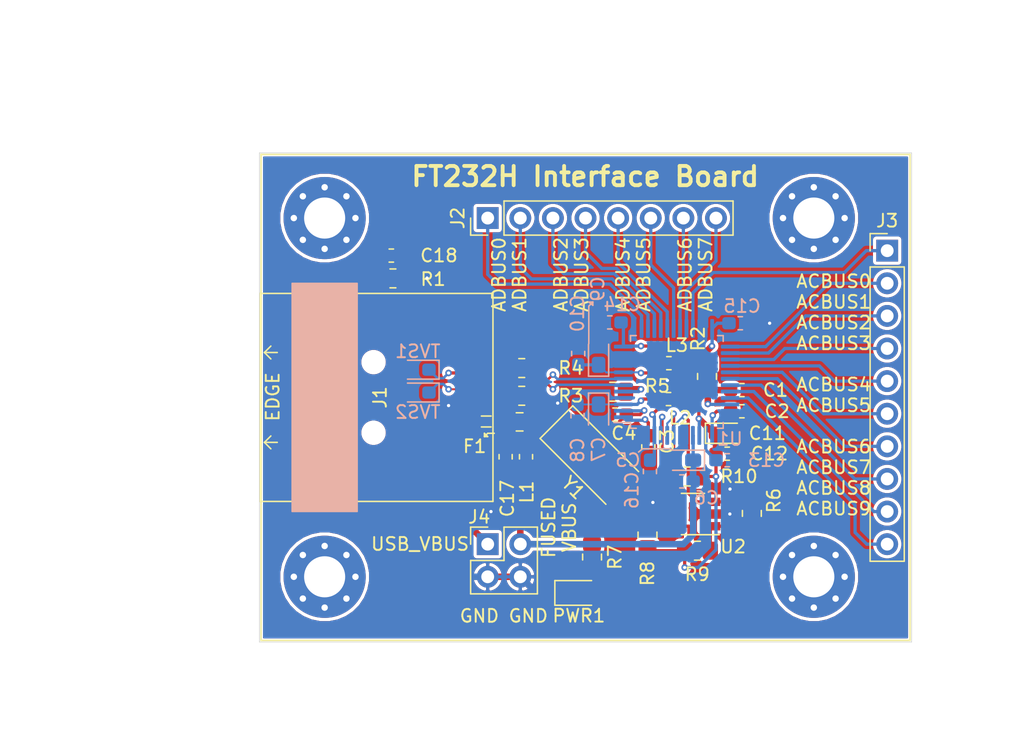
<source format=kicad_pcb>
(kicad_pcb (version 20171130) (host pcbnew "(5.1.9)-1")
  (title_block (title "FT232H Protoboard") (date 2021-01-04) (rev 0.1) (company "Evil Circuits") (comment 1 "1st attempt") (comment 2 "By: MaLo"))
  (layers (0 F.Cu signal) (31 B.Cu signal) (34 B.Paste user) (35 F.Paste user) (36 B.SilkS user) (37 F.SilkS user) (38 B.Mask user) (39 F.Mask user) (44 Edge.Cuts user))
  (net 0 "")
  (net 1 /FT232_#RST)
  (net 2 GNDD)
  (net 3 VBUS)
  (net 4 /VPHY)
  (net 5 /VPLL)
  (net 6 +3V3)
  (net 7 /VCORE)
  (net 8 /USB_D-)
  (net 9 /USB_D+)
  (net 10 /EECS)
  (net 11 /FT232H_D-)
  (net 12 /FT232H_D+)
  (net 13 /XCSI)
  (net 14 /XCSO)
  (net 15 /ADBUS0)
  (net 16 /ADBUS1)
  (net 17 /ADBUS2)
  (net 18 /ADBUS3)
  (net 19 /ADBUS4)
  (net 20 /ADBUS5)
  (net 21 /ADBUS6)
  (net 22 /ADBUS7)
  (net 23 /ACBUS0)
  (net 24 /ACBUS1)
  (net 25 /ACBUS2)
  (net 26 /ACBUS3)
  (net 27 /ACBUS4)
  (net 28 /ACBUS5)
  (net 29 /ACBUS6)
  (net 30 /ACBUS7)
  (net 31 /ACBUS8)
  (net 32 /ACBUS9)
  (net 33 /EEDATA)
  (net 34 /EECLK)
  (net 35 /FT232H_VCCA)
  (net 36 /FT232H_REF)
  (net 37 /93LCxx_DO)
  (net 38 /FUSED_VBUS)
  (net 39 /USB_VBUS)
  (net 40 /USB_SHIELD)
  (net 41 "Net-(H1-Pad1)")
  (net 42 "Net-(H2-Pad1)")
  (net 43 "Net-(H3-Pad1)")
  (net 44 "Net-(H4-Pad1)")
  (net 45 "Net-(PWR1-Pad2)")
  (module Capacitor_SMD:C_0603_1608Metric_Pad1.05x0.95mm_HandSolder (layer F.Cu) (at 86.473 84.201)
    (fp_text reference C18 (at 3.7097 0) (layer F.SilkS))
    (fp_text value 0.1uF)
    (pad 2 smd roundrect (at 0.875 0) (size 1.05 0.95) (layers F.Cu F.Paste F.Mask) (net 2 GNDD))
    (pad 1 smd roundrect (at -0.875 0) (size 1.05 0.95) (layers F.Cu F.Paste F.Mask) (net 40 /USB_SHIELD))
  )
  (module Connector_PinHeader_2.54mm:PinHeader_2x02_P2.54mm_Vertical (layer F.Cu) (at 93.98 106.68)
    (fp_text reference J4 (at -0.6604 -2.1209) (layer F.SilkS))
    (fp_text value POWER)
    (pad 4 thru_hole oval (at 2.54 2.54) (size 1.7 1.7) (drill 1) (layers *.Cu *.Mask) (net 2 GNDD))
    (pad 3 thru_hole oval (at 0 2.54) (size 1.7 1.7) (drill 1) (layers *.Cu *.Mask) (net 2 GNDD))
    (pad 2 thru_hole oval (at 2.54 0) (size 1.7 1.7) (drill 1) (layers *.Cu *.Mask) (net 3 VBUS))
    (pad 1 thru_hole rect (at 0 0) (size 1.7 1.7) (drill 1) (layers *.Cu *.Mask) (net 39 /USB_VBUS))
  )
  (module Connector_PinHeader_2.54mm:PinHeader_1x10_P2.54mm_Vertical (layer F.Cu) (at 125.095 83.82)
    (fp_text reference J3 (at 0 -2.33) (layer F.SilkS))
    (fp_text value Conn_01x10)
    (pad 10 thru_hole oval (at 0 22.86) (size 1.7 1.7) (drill 1) (layers *.Cu *.Mask) (net 32 /ACBUS9))
    (pad 9 thru_hole oval (at 0 20.32) (size 1.7 1.7) (drill 1) (layers *.Cu *.Mask) (net 31 /ACBUS8))
    (pad 8 thru_hole oval (at 0 17.78) (size 1.7 1.7) (drill 1) (layers *.Cu *.Mask) (net 30 /ACBUS7))
    (pad 7 thru_hole oval (at 0 15.24) (size 1.7 1.7) (drill 1) (layers *.Cu *.Mask) (net 29 /ACBUS6))
    (pad 6 thru_hole oval (at 0 12.7) (size 1.7 1.7) (drill 1) (layers *.Cu *.Mask) (net 28 /ACBUS5))
    (pad 5 thru_hole oval (at 0 10.16) (size 1.7 1.7) (drill 1) (layers *.Cu *.Mask) (net 27 /ACBUS4))
    (pad 4 thru_hole oval (at 0 7.62) (size 1.7 1.7) (drill 1) (layers *.Cu *.Mask) (net 26 /ACBUS3))
    (pad 3 thru_hole oval (at 0 5.08) (size 1.7 1.7) (drill 1) (layers *.Cu *.Mask) (net 25 /ACBUS2))
    (pad 2 thru_hole oval (at 0 2.54) (size 1.7 1.7) (drill 1) (layers *.Cu *.Mask) (net 24 /ACBUS1))
    (pad 1 thru_hole rect (at 0 0) (size 1.7 1.7) (drill 1) (layers *.Cu *.Mask) (net 23 /ACBUS0))
  )
  (module Connector_PinHeader_2.54mm:PinHeader_1x08_P2.54mm_Vertical (layer F.Cu) (at 93.98 81.28 90)
    (fp_text reference J2 (at 0 -2.33 90) (layer F.SilkS))
    (fp_text value Conn_01x08)
    (pad 8 thru_hole oval (at 0 17.78 90) (size 1.7 1.7) (drill 1) (layers *.Cu *.Mask) (net 22 /ADBUS7))
    (pad 7 thru_hole oval (at 0 15.24 90) (size 1.7 1.7) (drill 1) (layers *.Cu *.Mask) (net 21 /ADBUS6))
    (pad 6 thru_hole oval (at 0 12.7 90) (size 1.7 1.7) (drill 1) (layers *.Cu *.Mask) (net 20 /ADBUS5))
    (pad 5 thru_hole oval (at 0 10.16 90) (size 1.7 1.7) (drill 1) (layers *.Cu *.Mask) (net 19 /ADBUS4))
    (pad 4 thru_hole oval (at 0 7.62 90) (size 1.7 1.7) (drill 1) (layers *.Cu *.Mask) (net 18 /ADBUS3))
    (pad 3 thru_hole oval (at 0 5.08 90) (size 1.7 1.7) (drill 1) (layers *.Cu *.Mask) (net 17 /ADBUS2))
    (pad 2 thru_hole oval (at 0 2.54 90) (size 1.7 1.7) (drill 1) (layers *.Cu *.Mask) (net 16 /ADBUS1))
    (pad 1 thru_hole rect (at 0 0 90) (size 1.7 1.7) (drill 1) (layers *.Cu *.Mask) (net 15 /ADBUS0))
  )
  (module MountingHole:MountingHole_3.2mm_M3_Pad_Via (layer F.Cu) (at 119.38 109.22)
    (fp_text reference H4 hide)
    (fp_text value MountingHole hide)
    (pad 1 thru_hole circle (at 1.697056 -1.697056) (size 0.8 0.8) (drill 0.5) (layers *.Cu *.Mask) (net 44 "Net-(H4-Pad1)"))
    (pad 1 thru_hole circle (at 0 -2.4) (size 0.8 0.8) (drill 0.5) (layers *.Cu *.Mask) (net 44 "Net-(H4-Pad1)"))
    (pad 1 thru_hole circle (at -1.697056 -1.697056) (size 0.8 0.8) (drill 0.5) (layers *.Cu *.Mask) (net 44 "Net-(H4-Pad1)"))
    (pad 1 thru_hole circle (at -2.4 0) (size 0.8 0.8) (drill 0.5) (layers *.Cu *.Mask) (net 44 "Net-(H4-Pad1)"))
    (pad 1 thru_hole circle (at -1.697056 1.697056) (size 0.8 0.8) (drill 0.5) (layers *.Cu *.Mask) (net 44 "Net-(H4-Pad1)"))
    (pad 1 thru_hole circle (at 0 2.4) (size 0.8 0.8) (drill 0.5) (layers *.Cu *.Mask) (net 44 "Net-(H4-Pad1)"))
    (pad 1 thru_hole circle (at 1.697056 1.697056) (size 0.8 0.8) (drill 0.5) (layers *.Cu *.Mask) (net 44 "Net-(H4-Pad1)"))
    (pad 1 thru_hole circle (at 2.4 0) (size 0.8 0.8) (drill 0.5) (layers *.Cu *.Mask) (net 44 "Net-(H4-Pad1)"))
    (pad 1 thru_hole circle (at 0 0) (size 6.4 6.4) (drill 3.2) (layers *.Cu *.Mask) (net 44 "Net-(H4-Pad1)"))
  )
  (module MountingHole:MountingHole_3.2mm_M3_Pad_Via (layer F.Cu) (at 119.38 81.28)
    (fp_text reference H3 hide)
    (fp_text value MountingHole hide)
    (pad 1 thru_hole circle (at 1.697056 -1.697056) (size 0.8 0.8) (drill 0.5) (layers *.Cu *.Mask) (net 43 "Net-(H3-Pad1)"))
    (pad 1 thru_hole circle (at 0 -2.4) (size 0.8 0.8) (drill 0.5) (layers *.Cu *.Mask) (net 43 "Net-(H3-Pad1)"))
    (pad 1 thru_hole circle (at -1.697056 -1.697056) (size 0.8 0.8) (drill 0.5) (layers *.Cu *.Mask) (net 43 "Net-(H3-Pad1)"))
    (pad 1 thru_hole circle (at -2.4 0) (size 0.8 0.8) (drill 0.5) (layers *.Cu *.Mask) (net 43 "Net-(H3-Pad1)"))
    (pad 1 thru_hole circle (at -1.697056 1.697056) (size 0.8 0.8) (drill 0.5) (layers *.Cu *.Mask) (net 43 "Net-(H3-Pad1)"))
    (pad 1 thru_hole circle (at 0 2.4) (size 0.8 0.8) (drill 0.5) (layers *.Cu *.Mask) (net 43 "Net-(H3-Pad1)"))
    (pad 1 thru_hole circle (at 1.697056 1.697056) (size 0.8 0.8) (drill 0.5) (layers *.Cu *.Mask) (net 43 "Net-(H3-Pad1)"))
    (pad 1 thru_hole circle (at 2.4 0) (size 0.8 0.8) (drill 0.5) (layers *.Cu *.Mask) (net 43 "Net-(H3-Pad1)"))
    (pad 1 thru_hole circle (at 0 0) (size 6.4 6.4) (drill 3.2) (layers *.Cu *.Mask) (net 43 "Net-(H3-Pad1)"))
  )
  (module MountingHole:MountingHole_3.2mm_M3_Pad_Via (layer F.Cu) (at 81.28 109.22)
    (fp_text reference H2 hide)
    (fp_text value MountingHole hide)
    (pad 1 thru_hole circle (at 1.697056 -1.697056) (size 0.8 0.8) (drill 0.5) (layers *.Cu *.Mask) (net 42 "Net-(H2-Pad1)"))
    (pad 1 thru_hole circle (at 0 -2.4) (size 0.8 0.8) (drill 0.5) (layers *.Cu *.Mask) (net 42 "Net-(H2-Pad1)"))
    (pad 1 thru_hole circle (at -1.697056 -1.697056) (size 0.8 0.8) (drill 0.5) (layers *.Cu *.Mask) (net 42 "Net-(H2-Pad1)"))
    (pad 1 thru_hole circle (at -2.4 0) (size 0.8 0.8) (drill 0.5) (layers *.Cu *.Mask) (net 42 "Net-(H2-Pad1)"))
    (pad 1 thru_hole circle (at -1.697056 1.697056) (size 0.8 0.8) (drill 0.5) (layers *.Cu *.Mask) (net 42 "Net-(H2-Pad1)"))
    (pad 1 thru_hole circle (at 0 2.4) (size 0.8 0.8) (drill 0.5) (layers *.Cu *.Mask) (net 42 "Net-(H2-Pad1)"))
    (pad 1 thru_hole circle (at 1.697056 1.697056) (size 0.8 0.8) (drill 0.5) (layers *.Cu *.Mask) (net 42 "Net-(H2-Pad1)"))
    (pad 1 thru_hole circle (at 2.4 0) (size 0.8 0.8) (drill 0.5) (layers *.Cu *.Mask) (net 42 "Net-(H2-Pad1)"))
    (pad 1 thru_hole circle (at 0 0) (size 6.4 6.4) (drill 3.2) (layers *.Cu *.Mask) (net 42 "Net-(H2-Pad1)"))
  )
  (module MountingHole:MountingHole_3.2mm_M3_Pad_Via (layer F.Cu) (at 81.28 81.28)
    (fp_text reference H1 hide)
    (fp_text value MountingHole hide)
    (pad 1 thru_hole circle (at 1.697056 -1.697056) (size 0.8 0.8) (drill 0.5) (layers *.Cu *.Mask) (net 41 "Net-(H1-Pad1)"))
    (pad 1 thru_hole circle (at 0 -2.4) (size 0.8 0.8) (drill 0.5) (layers *.Cu *.Mask) (net 41 "Net-(H1-Pad1)"))
    (pad 1 thru_hole circle (at -1.697056 -1.697056) (size 0.8 0.8) (drill 0.5) (layers *.Cu *.Mask) (net 41 "Net-(H1-Pad1)"))
    (pad 1 thru_hole circle (at -2.4 0) (size 0.8 0.8) (drill 0.5) (layers *.Cu *.Mask) (net 41 "Net-(H1-Pad1)"))
    (pad 1 thru_hole circle (at -1.697056 1.697056) (size 0.8 0.8) (drill 0.5) (layers *.Cu *.Mask) (net 41 "Net-(H1-Pad1)"))
    (pad 1 thru_hole circle (at 0 2.4) (size 0.8 0.8) (drill 0.5) (layers *.Cu *.Mask) (net 41 "Net-(H1-Pad1)"))
    (pad 1 thru_hole circle (at 1.697056 1.697056) (size 0.8 0.8) (drill 0.5) (layers *.Cu *.Mask) (net 41 "Net-(H1-Pad1)"))
    (pad 1 thru_hole circle (at 2.4 0) (size 0.8 0.8) (drill 0.5) (layers *.Cu *.Mask) (net 41 "Net-(H1-Pad1)"))
    (pad 1 thru_hole circle (at 0 0) (size 6.4 6.4) (drill 3.2) (layers *.Cu *.Mask) (net 41 "Net-(H1-Pad1)"))
  )
  (module MOUSER_Footprints:USB_B_KYCON_KUSBX-SMT-BS1N (layer F.Cu) (at 85.09 95.25 90)
    (fp_text reference J1 (at 0 0.5 90) (layer F.SilkS))
    (fp_text value USB_B)
    (fp_text user EDGE (at 0.05 -7.85 90) (layer F.SilkS))
    (pad "" np_thru_hole circle (at 2.75 0 90) (size 1.4 1.4) (drill 1.4) (layers *.Cu *.Mask))
    (pad "" np_thru_hole circle (at -2.75 0 90) (size 1.4 1.4) (drill 1.4) (layers *.Cu *.Mask))
    (pad 5 smd rect (at 6.75 0.5 90) (size 2.5 5) (layers F.Cu F.Paste F.Mask) (net 40 /USB_SHIELD))
    (pad 5 smd rect (at -6.75 0.5 90) (size 2.5 5) (layers F.Cu F.Paste F.Mask) (net 40 /USB_SHIELD))
    (pad 3 smd rect (at 1.875 7.92 90) (size 0.6 2.5) (layers F.Cu F.Paste F.Mask) (net 9 /USB_D+))
    (pad 2 smd rect (at 0.625 7.92 90) (size 0.6 2.5) (layers F.Cu F.Paste F.Mask) (net 8 /USB_D-))
    (pad 4 smd rect (at -0.625 7.92 90) (size 0.6 2.5) (layers F.Cu F.Paste F.Mask) (net 2 GNDD))
    (pad 1 smd rect (at -1.875 7.92 90) (size 0.6 2.5) (layers F.Cu F.Paste F.Mask) (net 39 /USB_VBUS))
  )
  (module Capacitor_Tantalum_SMD:CP_EIA-1608-08_AVX-J_Pad1.25x1.05mm_HandSolder (layer B.Cu) (at 109.182001 100.1395 180)
    (fp_text reference C5 (at 4.280001 0) (layer B.SilkS) (effects (justify mirror)))
    (fp_text value 4.7uF)
    (pad 2 smd roundrect (at 0.8 0 180) (size 1.25 1.05) (layers B.Cu B.Paste B.Mask) (roundrect_rratio 0.2380942857142857) (net 2 GNDD))
    (pad 1 smd roundrect (at -0.8 0 180) (size 1.25 1.05) (layers B.Cu B.Paste B.Mask) (roundrect_rratio 0.2380942857142857) (net 3 VBUS))
  )
  (module Capacitor_Tantalum_SMD:CP_EIA-1608-08_AVX-J_Pad1.25x1.05mm_HandSolder (layer B.Cu) (at 102.616 91.91 90)
    (fp_text reference C9 (at 5.1055 -0.0635 90) (layer B.SilkS) (effects (justify mirror)))
    (fp_text value 4.7uF)
    (pad 2 smd roundrect (at 0.8 0 90) (size 1.25 1.05) (layers B.Cu B.Paste B.Mask) (roundrect_rratio 0.2380942857142857) (net 2 GNDD))
    (pad 1 smd roundrect (at -0.8 0 90) (size 1.25 1.05) (layers B.Cu B.Paste B.Mask) (roundrect_rratio 0.2380942857142857) (net 5 /VPLL))
  )
  (module Capacitor_Tantalum_SMD:CP_EIA-1608-10_AVX-L_Pad1.25x1.05mm_HandSolder (layer F.Cu) (at 112.6235 98.044)
    (fp_text reference C11 (at 3.137 0) (layer F.SilkS))
    (fp_text value 4.7uF)
    (pad 2 smd roundrect (at 0.8 0) (size 1.25 1.05) (layers F.Cu F.Paste F.Mask) (roundrect_rratio 0.2380942857142857) (net 2 GNDD))
    (pad 1 smd roundrect (at -0.8 0) (size 1.25 1.05) (layers F.Cu F.Paste F.Mask) (roundrect_rratio 0.2380942857142857) (net 6 +3V3))
  )
  (module Capacitor_Tantalum_SMD:CP_EIA-1608-10_AVX-L_Pad1.25x1.05mm_HandSolder (layer B.Cu) (at 102.616 96.5963 270)
    (fp_text reference C7 (at 2.704999 0 270) (layer B.SilkS) (effects (justify mirror)))
    (fp_text value 4.7uF)
    (pad 2 smd roundrect (at 0.8 0 270) (size 1.25 1.05) (layers B.Cu B.Paste B.Mask) (roundrect_rratio 0.2380942857142857) (net 2 GNDD))
    (pad 1 smd roundrect (at -0.8 0 270) (size 1.25 1.05) (layers B.Cu B.Paste B.Mask) (roundrect_rratio 0.2380942857142857) (net 4 /VPHY))
  )
  (module Fuse:Fuse_0805_2012Metric_Pad1.15x1.40mm_HandSolder (layer F.Cu) (at 96.4655 97.155 180)
    (fp_text reference F1 (at 3.5015 -1.905 180) (layer F.SilkS))
    (fp_text value 0ZCK0010FF2G hide)
    (pad 2 smd roundrect (at 1.025 0 180) (size 1.15 1.4) (layers F.Cu F.Paste F.Mask) (roundrect_rratio 0.2173904347826087) (net 39 /USB_VBUS))
    (pad 1 smd roundrect (at -1.025 0 180) (size 1.15 1.4) (layers F.Cu F.Paste F.Mask) (roundrect_rratio 0.2173904347826087) (net 38 /FUSED_VBUS))
  )
  (module Crystal:Crystal_SMD_5032-2Pin_5.0x3.2mm_HandSoldering (layer F.Cu) (at 102.549478 100.390478 315)
    (fp_text reference Y1 (at 0.004274 2.694077 135) (layer F.SilkS))
    (fp_text value 12MHz@12ppm)
    (pad 2 smd rect (at 2.6 0 315) (size 3.5 2.4) (layers F.Cu F.Paste F.Mask) (net 13 /XCSI))
    (pad 1 smd rect (at -2.6 0 315) (size 3.5 2.4) (layers F.Cu F.Paste F.Mask) (net 14 /XCSO))
  )
  (module Capacitor_SMD:C_0603_1608Metric_Pad1.05x0.95mm_HandSolder (layer F.Cu) (at 95.377 99.8715 270)
    (fp_text reference C17 (at 3.2525 -0.127 90) (layer F.SilkS))
    (fp_text value C)
    (pad 2 smd roundrect (at 0.875 0 270) (size 1.05 0.95) (layers F.Cu F.Paste F.Mask) (net 2 GNDD))
    (pad 1 smd roundrect (at -0.875 0 270) (size 1.05 0.95) (layers F.Cu F.Paste F.Mask) (net 38 /FUSED_VBUS))
  )
  (module Capacitor_SMD:C_0603_1608Metric_Pad1.05x0.95mm_HandSolder (layer B.Cu) (at 106.6165 101.014499 270)
    (fp_text reference C16 (at 1.474501 1.4097 90) (layer B.SilkS) (effects (justify mirror)))
    (fp_text value 0.1uF)
    (pad 2 smd roundrect (at 0.875 0 270) (size 1.05 0.95) (layers B.Cu B.Paste B.Mask) (net 2 GNDD))
    (pad 1 smd roundrect (at -0.875 0 270) (size 1.05 0.95) (layers B.Cu B.Paste B.Mask) (net 6 +3V3))
  )
  (module Capacitor_SMD:C_0603_1608Metric_Pad1.05x0.95mm_HandSolder (layer B.Cu) (at 113.650999 89.4715)
    (fp_text reference C15 (at 0.141001 -1.3335 180) (layer B.SilkS) (effects (justify mirror)))
    (fp_text value 0.1uF)
    (pad 2 smd roundrect (at 0.875 0) (size 1.05 0.95) (layers B.Cu B.Paste B.Mask) (net 2 GNDD))
    (pad 1 smd roundrect (at -0.875 0) (size 1.05 0.95) (layers B.Cu B.Paste B.Mask) (net 6 +3V3))
  )
  (module Capacitor_SMD:C_0603_1608Metric_Pad1.05x0.95mm_HandSolder (layer B.Cu) (at 103.491 89.408 180)
    (fp_text reference C14 (at -0.9665 1.397) (layer B.SilkS) (effects (justify mirror)))
    (fp_text value 0.1uF)
    (pad 2 smd roundrect (at 0.875 0 180) (size 1.05 0.95) (layers B.Cu B.Paste B.Mask) (net 2 GNDD))
    (pad 1 smd roundrect (at -0.875 0 180) (size 1.05 0.95) (layers B.Cu B.Paste B.Mask) (net 6 +3V3))
  )
  (module Capacitor_SMD:C_0603_1608Metric_Pad1.05x0.95mm_HandSolder (layer B.Cu) (at 112.635 100.1395)
    (fp_text reference C13 (at 3.062 0) (layer B.SilkS) (effects (justify mirror)))
    (fp_text value 0.1uF)
    (pad 2 smd roundrect (at 0.875 0) (size 1.05 0.95) (layers B.Cu B.Paste B.Mask) (net 2 GNDD))
    (pad 1 smd roundrect (at -0.875 0) (size 1.05 0.95) (layers B.Cu B.Paste B.Mask) (net 7 /VCORE))
  )
  (module Capacitor_SMD:C_0603_1608Metric_Pad1.05x0.95mm_HandSolder (layer F.Cu) (at 112.635 99.6315)
    (fp_text reference C12 (at 3.288 0) (layer F.SilkS))
    (fp_text value 0.1uF)
    (pad 2 smd roundrect (at 0.875 0) (size 1.05 0.95) (layers F.Cu F.Paste F.Mask) (net 2 GNDD))
    (pad 1 smd roundrect (at -0.875 0) (size 1.05 0.95) (layers F.Cu F.Paste F.Mask) (net 6 +3V3))
  )
  (module Capacitor_SMD:C_0603_1608Metric_Pad1.05x0.95mm_HandSolder (layer B.Cu) (at 101.0285 91.835 90)
    (fp_text reference C10 (at 3.1255 -0.0635 90) (layer B.SilkS) (effects (justify mirror)))
    (fp_text value 0.1uF)
    (pad 2 smd roundrect (at 0.875 0 90) (size 1.05 0.95) (layers B.Cu B.Paste B.Mask) (net 2 GNDD))
    (pad 1 smd roundrect (at -0.875 0 90) (size 1.05 0.95) (layers B.Cu B.Paste B.Mask) (net 5 /VPLL))
  )
  (module Capacitor_SMD:C_0603_1608Metric_Pad1.05x0.95mm_HandSolder (layer B.Cu) (at 100.9777 96.6711 270)
    (fp_text reference C8 (at 2.681001 0 270) (layer B.SilkS) (effects (justify mirror)))
    (fp_text value 0.1uF)
    (pad 2 smd roundrect (at 0.875 0 270) (size 1.05 0.95) (layers B.Cu B.Paste B.Mask) (net 2 GNDD))
    (pad 1 smd roundrect (at -0.875 0 270) (size 1.05 0.95) (layers B.Cu B.Paste B.Mask) (net 4 /VPHY))
  )
  (module Capacitor_SMD:C_0603_1608Metric_Pad1.05x0.95mm_HandSolder (layer B.Cu) (at 109.107 101.7905 180)
    (fp_text reference C6 (at -1.9037 -1.2827) (layer B.SilkS) (effects (justify mirror)))
    (fp_text value 0.1uF)
    (pad 2 smd roundrect (at 0.875 0 180) (size 1.05 0.95) (layers B.Cu B.Paste B.Mask) (net 2 GNDD))
    (pad 1 smd roundrect (at -0.875 0 180) (size 1.05 0.95) (layers B.Cu B.Paste B.Mask) (net 3 VBUS))
  )
  (module Capacitor_SMD:C_0603_1608Metric_Pad1.05x0.95mm_HandSolder (layer F.Cu) (at 103.900001 96.5835 180)
    (fp_text reference C4 (at -0.684499 -1.4605) (layer F.SilkS))
    (fp_text value 27pF)
    (pad 2 smd roundrect (at 0.875 0 180) (size 1.05 0.95) (layers F.Cu F.Paste F.Mask) (net 2 GNDD))
    (pad 1 smd roundrect (at -0.875 0 180) (size 1.05 0.95) (layers F.Cu F.Paste F.Mask) (net 14 /XCSO))
  )
  (module Capacitor_SMD:C_0603_1608Metric_Pad1.05x0.95mm_HandSolder (layer F.Cu) (at 106.4895 99.109499 270)
    (fp_text reference C3 (at -0.430499 -1.4605 90) (layer F.SilkS))
    (fp_text value 27pF)
    (pad 2 smd roundrect (at 0.875 0 270) (size 1.05 0.95) (layers F.Cu F.Paste F.Mask) (net 2 GNDD))
    (pad 1 smd roundrect (at -0.875 0 270) (size 1.05 0.95) (layers F.Cu F.Paste F.Mask) (net 13 /XCSI))
  )
  (module Capacitor_SMD:C_0603_1608Metric_Pad1.05x0.95mm_HandSolder (layer F.Cu) (at 113.778 96.3295)
    (fp_text reference C2 (at 2.744501 0) (layer F.SilkS))
    (fp_text value 0.1uF)
    (pad 2 smd roundrect (at 0.875 0) (size 1.05 0.95) (layers F.Cu F.Paste F.Mask) (net 2 GNDD))
    (pad 1 smd roundrect (at -0.875 0) (size 1.05 0.95) (layers F.Cu F.Paste F.Mask) (net 35 /FT232H_VCCA))
  )
  (module Capacitor_SMD:C_0603_1608Metric_Pad1.05x0.95mm_HandSolder (layer F.Cu) (at 113.778 94.6785)
    (fp_text reference C1 (at 2.6175 0) (layer F.SilkS))
    (fp_text value 0.1uF)
    (pad 2 smd roundrect (at 0.875 0) (size 1.05 0.95) (layers F.Cu F.Paste F.Mask) (net 2 GNDD))
    (pad 1 smd roundrect (at -0.875 0) (size 1.05 0.95) (layers F.Cu F.Paste F.Mask) (net 1 /FT232_#RST))
  )
  (module Diode_SMD:D_0603_1608Metric_Pad1.05x0.95mm_HandSolder (layer B.Cu) (at 88.533 94.869 180)
    (fp_text reference TVS2 (at 0 -1.524 180) (layer B.SilkS) (effects (justify mirror)))
    (fp_text value PGB1010603 hide)
    (pad 2 smd roundrect (at 0.875 0 180) (size 1.05 0.95) (layers B.Cu B.Paste B.Mask) (net 2 GNDD))
    (pad 1 smd roundrect (at -0.875 0 180) (size 1.05 0.95) (layers B.Cu B.Paste B.Mask) (net 8 /USB_D-))
  )
  (module Diode_SMD:D_0603_1608Metric_Pad1.05x0.95mm_HandSolder (layer B.Cu) (at 88.533 93.091 180)
    (fp_text reference TVS1 (at 0 1.43 180) (layer B.SilkS) (effects (justify mirror)))
    (fp_text value PGB1010603 hide)
    (pad 2 smd roundrect (at 0.875 0 180) (size 1.05 0.95) (layers B.Cu B.Paste B.Mask) (net 2 GNDD))
    (pad 1 smd roundrect (at -0.875 0 180) (size 1.05 0.95) (layers B.Cu B.Paste B.Mask) (net 9 /USB_D+))
  )
  (module Resistor_SMD:R_0805_2012Metric_Pad1.20x1.40mm_HandSolder (layer F.Cu) (at 109.5215 101.4095)
    (fp_text reference R10 (at 4.0292 -0.0127) (layer F.SilkS))
    (fp_text value 10K hide)
    (pad 2 smd roundrect (at 1 0) (size 1.2 1.4) (layers F.Cu F.Paste F.Mask) (roundrect_rratio 0.2083325) (net 6 +3V3))
    (pad 1 smd roundrect (at -1 0) (size 1.2 1.4) (layers F.Cu F.Paste F.Mask) (roundrect_rratio 0.2083325) (net 34 /EECLK))
  )
  (module Resistor_SMD:R_0805_2012Metric_Pad1.20x1.40mm_HandSolder (layer F.Cu) (at 110.3155 107.188 180)
    (fp_text reference R9 (at 0.016 -1.8415) (layer F.SilkS))
    (fp_text value 10K hide)
    (pad 2 smd roundrect (at 1 0 180) (size 1.2 1.4) (layers F.Cu F.Paste F.Mask) (roundrect_rratio 0.2083325) (net 6 +3V3))
    (pad 1 smd roundrect (at -1 0 180) (size 1.2 1.4) (layers F.Cu F.Paste F.Mask) (roundrect_rratio 0.2083325) (net 37 /93LCxx_DO))
  )
  (module Resistor_SMD:R_0805_2012Metric_Pad1.20x1.40mm_HandSolder (layer F.Cu) (at 106.426 105.9655 270)
    (fp_text reference R8 (at 3.0005 0 90) (layer F.SilkS))
    (fp_text value 10K hide)
    (pad 2 smd roundrect (at 1 0 270) (size 1.2 1.4) (layers F.Cu F.Paste F.Mask) (roundrect_rratio 0.2083325) (net 6 +3V3))
    (pad 1 smd roundrect (at -1 0 270) (size 1.2 1.4) (layers F.Cu F.Paste F.Mask) (roundrect_rratio 0.2083325) (net 10 /EECS))
  )
  (module Resistor_SMD:R_0805_2012Metric_Pad1.20x1.40mm_HandSolder (layer F.Cu) (at 102.108 107.68 90)
    (fp_text reference R7 (at -0.016 1.778 90) (layer F.SilkS))
    (fp_text value 470R hide)
    (pad 2 smd roundrect (at 1 0 90) (size 1.2 1.4) (layers F.Cu F.Paste F.Mask) (roundrect_rratio 0.2083325) (net 3 VBUS))
    (pad 1 smd roundrect (at -1 0 90) (size 1.2 1.4) (layers F.Cu F.Paste F.Mask) (roundrect_rratio 0.2083325) (net 45 "Net-(PWR1-Pad2)"))
  )
  (module LED_SMD:LED_0805_2012Metric_Pad1.15x1.40mm_HandSolder (layer F.Cu) (at 101.070301 110.4773)
    (fp_text reference PWR1 (at 0.009 1.778) (layer F.SilkS))
    (fp_text value RED hide)
    (pad 2 smd roundrect (at 1.025 0) (size 1.15 1.4) (layers F.Cu F.Paste F.Mask) (roundrect_rratio 0.2173904347826087) (net 45 "Net-(PWR1-Pad2)"))
    (pad 1 smd roundrect (at -1.025 0) (size 1.15 1.4) (layers F.Cu F.Paste F.Mask) (roundrect_rratio 0.2173904347826087) (net 2 GNDD))
  )
  (module Inductor_SMD:L_0603_1608Metric_Pad1.05x0.95mm_HandSolder (layer F.Cu) (at 96.9645 99.871499 90)
    (fp_text reference L1 (at -2.744501 0.0635 90) (layer F.SilkS))
    (fp_text value 600R@0.5A hide)
    (pad 1 smd roundrect (at -0.875 0 90) (size 1.05 0.95) (layers F.Cu F.Paste F.Mask) (net 3 VBUS))
    (pad 2 smd roundrect (at 0.875 0 90) (size 1.05 0.95) (layers F.Cu F.Paste F.Mask) (net 38 /FUSED_VBUS))
  )
  (module Inductor_SMD:L_0603_1608Metric_Pad1.05x0.95mm_HandSolder (layer F.Cu) (at 108.062999 95.377 180)
    (fp_text reference L2 (at -0.903001 -1.4605) (layer F.SilkS))
    (fp_text value 600R@0.5A hide)
    (pad 1 smd roundrect (at -0.875 0 180) (size 1.05 0.95) (layers F.Cu F.Paste F.Mask) (net 6 +3V3))
    (pad 2 smd roundrect (at 0.875 0 180) (size 1.05 0.95) (layers F.Cu F.Paste F.Mask) (net 4 /VPHY))
  )
  (module Inductor_SMD:L_0603_1608Metric_Pad1.05x0.95mm_HandSolder (layer F.Cu) (at 108.091 92.583 180)
    (fp_text reference L3 (at -0.621 1.397) (layer F.SilkS))
    (fp_text value 600R@0.5A hide)
    (pad 2 smd roundrect (at 0.875 0 180) (size 1.05 0.95) (layers F.Cu F.Paste F.Mask) (net 5 /VPLL))
    (pad 1 smd roundrect (at -0.875 0 180) (size 1.05 0.95) (layers F.Cu F.Paste F.Mask) (net 6 +3V3))
  )
  (module Resistor_SMD:R_0805_2012Metric_Pad1.20x1.40mm_HandSolder (layer F.Cu) (at 86.598 85.979 180)
    (fp_text reference R1 (at -3.1275 -0.0635) (layer F.SilkS))
    (fp_text value 0R hide)
    (pad 1 smd roundrect (at -1 0 180) (size 1.2 1.4) (layers F.Cu F.Paste F.Mask) (roundrect_rratio 0.2083325) (net 2 GNDD))
    (pad 2 smd roundrect (at 1 0 180) (size 1.2 1.4) (layers F.Cu F.Paste F.Mask) (roundrect_rratio 0.2083325) (net 40 /USB_SHIELD))
  )
  (module Resistor_SMD:R_0805_2012Metric_Pad1.20x1.40mm_HandSolder (layer F.Cu) (at 111.0615 93.615 90)
    (fp_text reference R2 (at 2.937 -0.6985 90) (layer F.SilkS))
    (fp_text value 10k hide)
    (pad 2 smd roundrect (at 1 0 90) (size 1.2 1.4) (layers F.Cu F.Paste F.Mask) (roundrect_rratio 0.2083325) (net 6 +3V3))
    (pad 1 smd roundrect (at -1 0 90) (size 1.2 1.4) (layers F.Cu F.Paste F.Mask) (roundrect_rratio 0.2083325) (net 1 /FT232_#RST))
  )
  (module Resistor_SMD:R_0805_2012Metric_Pad1.20x1.40mm_HandSolder (layer F.Cu) (at 96.631 95.123 180)
    (fp_text reference R3 (at -3.826 0) (layer F.SilkS))
    (fp_text value 0R hide)
    (pad 1 smd roundrect (at -1 0 180) (size 1.2 1.4) (layers F.Cu F.Paste F.Mask) (roundrect_rratio 0.2083325) (net 11 /FT232H_D-))
    (pad 2 smd roundrect (at 1 0 180) (size 1.2 1.4) (layers F.Cu F.Paste F.Mask) (roundrect_rratio 0.2083325) (net 8 /USB_D-))
  )
  (module Resistor_SMD:R_0805_2012Metric_Pad1.20x1.40mm_HandSolder (layer F.Cu) (at 96.631 92.964 180)
    (fp_text reference R4 (at -3.826 0) (layer F.SilkS))
    (fp_text value 0R hide)
    (pad 2 smd roundrect (at 1 0 180) (size 1.2 1.4) (layers F.Cu F.Paste F.Mask) (roundrect_rratio 0.2083325) (net 9 /USB_D+))
    (pad 1 smd roundrect (at -1 0 180) (size 1.2 1.4) (layers F.Cu F.Paste F.Mask) (roundrect_rratio 0.2083325) (net 12 /FT232H_D+))
  )
  (module Resistor_SMD:R_0805_2012Metric_Pad1.20x1.40mm_HandSolder (layer F.Cu) (at 103.7115 94.8055)
    (fp_text reference R5 (at 3.4765 -0.4445) (layer F.SilkS))
    (fp_text value 12K@1% hide)
    (pad 1 smd roundrect (at -1 0) (size 1.2 1.4) (layers F.Cu F.Paste F.Mask) (roundrect_rratio 0.2083325) (net 2 GNDD))
    (pad 2 smd roundrect (at 1 0) (size 1.2 1.4) (layers F.Cu F.Paste F.Mask) (roundrect_rratio 0.2083325) (net 36 /FT232H_REF))
  )
  (module Resistor_SMD:R_0805_2012Metric_Pad1.20x1.40mm_HandSolder (layer F.Cu) (at 114.554 104.283 90)
    (fp_text reference R6 (at 1 1.7145 90) (layer F.SilkS))
    (fp_text value 2k hide)
    (pad 2 smd roundrect (at 1 0 90) (size 1.2 1.4) (layers F.Cu F.Paste F.Mask) (roundrect_rratio 0.2083325) (net 33 /EEDATA))
    (pad 1 smd roundrect (at -1 0 90) (size 1.2 1.4) (layers F.Cu F.Paste F.Mask) (roundrect_rratio 0.2083325) (net 37 /93LCxx_DO))
  )
  (module Package_QFP:LQFP-48_7x7mm_P0.5mm (layer B.Cu) (at 108.712 94.0435)
    (fp_text reference U1 (at 4.1275 4.445) (layer B.SilkS) (effects (justify mirror)))
    (fp_text value FT232H)
    (pad 1 smd roundrect (at -4.1625 2.75) (size 1.475 0.3) (layers B.Cu B.Paste B.Mask) (net 13 /XCSI))
    (pad 2 smd roundrect (at -4.1625 2.25) (size 1.475 0.3) (layers B.Cu B.Paste B.Mask) (net 14 /XCSO))
    (pad 3 smd roundrect (at -4.1625 1.75) (size 1.475 0.3) (layers B.Cu B.Paste B.Mask) (net 4 /VPHY))
    (pad 4 smd roundrect (at -4.1625 1.25) (size 1.475 0.3) (layers B.Cu B.Paste B.Mask) (net 2 GNDD))
    (pad 5 smd roundrect (at -4.1625 0.75) (size 1.475 0.3) (layers B.Cu B.Paste B.Mask) (net 36 /FT232H_REF))
    (pad 6 smd roundrect (at -4.1625 0.25) (size 1.475 0.3) (layers B.Cu B.Paste B.Mask) (net 11 /FT232H_D-))
    (pad 7 smd roundrect (at -4.1625 -0.25) (size 1.475 0.3) (layers B.Cu B.Paste B.Mask) (net 12 /FT232H_D+))
    (pad 8 smd roundrect (at -4.1625 -0.75) (size 1.475 0.3) (layers B.Cu B.Paste B.Mask) (net 5 /VPLL))
    (pad 9 smd roundrect (at -4.1625 -1.25) (size 1.475 0.3) (layers B.Cu B.Paste B.Mask) (net 2 GNDD))
    (pad 10 smd roundrect (at -4.1625 -1.75) (size 1.475 0.3) (layers B.Cu B.Paste B.Mask) (net 2 GNDD))
    (pad 11 smd roundrect (at -4.1625 -2.25) (size 1.475 0.3) (layers B.Cu B.Paste B.Mask) (net 2 GNDD))
    (pad 12 smd roundrect (at -4.1625 -2.75) (size 1.475 0.3) (layers B.Cu B.Paste B.Mask) (net 6 +3V3))
    (pad 13 smd roundrect (at -2.75 -4.1625) (size 0.3 1.475) (layers B.Cu B.Paste B.Mask) (net 15 /ADBUS0))
    (pad 14 smd roundrect (at -2.25 -4.1625) (size 0.3 1.475) (layers B.Cu B.Paste B.Mask) (net 16 /ADBUS1))
    (pad 15 smd roundrect (at -1.75 -4.1625) (size 0.3 1.475) (layers B.Cu B.Paste B.Mask) (net 17 /ADBUS2))
    (pad 16 smd roundrect (at -1.25 -4.1625) (size 0.3 1.475) (layers B.Cu B.Paste B.Mask) (net 18 /ADBUS3))
    (pad 17 smd roundrect (at -0.75 -4.1625) (size 0.3 1.475) (layers B.Cu B.Paste B.Mask) (net 19 /ADBUS4))
    (pad 18 smd roundrect (at -0.25 -4.1625) (size 0.3 1.475) (layers B.Cu B.Paste B.Mask) (net 20 /ADBUS5))
    (pad 19 smd roundrect (at 0.25 -4.1625) (size 0.3 1.475) (layers B.Cu B.Paste B.Mask) (net 21 /ADBUS6))
    (pad 20 smd roundrect (at 0.75 -4.1625) (size 0.3 1.475) (layers B.Cu B.Paste B.Mask) (net 22 /ADBUS7))
    (pad 21 smd roundrect (at 1.25 -4.1625) (size 0.3 1.475) (layers B.Cu B.Paste B.Mask) (net 23 /ACBUS0))
    (pad 22 smd roundrect (at 1.75 -4.1625) (size 0.3 1.475) (layers B.Cu B.Paste B.Mask) (net 2 GNDD))
    (pad 23 smd roundrect (at 2.25 -4.1625) (size 0.3 1.475) (layers B.Cu B.Paste B.Mask) (net 2 GNDD))
    (pad 24 smd roundrect (at 2.75 -4.1625) (size 0.3 1.475) (layers B.Cu B.Paste B.Mask) (net 6 +3V3))
    (pad 25 smd roundrect (at 4.1625 -2.75) (size 1.475 0.3) (layers B.Cu B.Paste B.Mask) (net 24 /ACBUS1))
    (pad 26 smd roundrect (at 4.1625 -2.25) (size 1.475 0.3) (layers B.Cu B.Paste B.Mask) (net 25 /ACBUS2))
    (pad 27 smd roundrect (at 4.1625 -1.75) (size 1.475 0.3) (layers B.Cu B.Paste B.Mask) (net 26 /ACBUS3))
    (pad 28 smd roundrect (at 4.1625 -1.25) (size 1.475 0.3) (layers B.Cu B.Paste B.Mask) (net 27 /ACBUS4))
    (pad 29 smd roundrect (at 4.1625 -0.75) (size 1.475 0.3) (layers B.Cu B.Paste B.Mask) (net 28 /ACBUS5))
    (pad 30 smd roundrect (at 4.1625 -0.25) (size 1.475 0.3) (layers B.Cu B.Paste B.Mask) (net 29 /ACBUS6))
    (pad 31 smd roundrect (at 4.1625 0.25) (size 1.475 0.3) (layers B.Cu B.Paste B.Mask) (net 30 /ACBUS7))
    (pad 32 smd roundrect (at 4.1625 0.75) (size 1.475 0.3) (layers B.Cu B.Paste B.Mask) (net 31 /ACBUS8))
    (pad 33 smd roundrect (at 4.1625 1.25) (size 1.475 0.3) (layers B.Cu B.Paste B.Mask) (net 32 /ACBUS9))
    (pad 34 smd roundrect (at 4.1625 1.75) (size 1.475 0.3) (layers B.Cu B.Paste B.Mask) (net 1 /FT232_#RST))
    (pad 35 smd roundrect (at 4.1625 2.25) (size 1.475 0.3) (layers B.Cu B.Paste B.Mask) (net 2 GNDD))
    (pad 36 smd roundrect (at 4.1625 2.75) (size 1.475 0.3) (layers B.Cu B.Paste B.Mask) (net 2 GNDD))
    (pad 37 smd roundrect (at 2.75 4.1625) (size 0.3 1.475) (layers B.Cu B.Paste B.Mask) (net 35 /FT232H_VCCA))
    (pad 38 smd roundrect (at 2.25 4.1625) (size 0.3 1.475) (layers B.Cu B.Paste B.Mask) (net 7 /VCORE))
    (pad 39 smd roundrect (at 1.75 4.1625) (size 0.3 1.475) (layers B.Cu B.Paste B.Mask) (net 6 +3V3))
    (pad 40 smd roundrect (at 1.25 4.1625) (size 0.3 1.475) (layers B.Cu B.Paste B.Mask) (net 3 VBUS))
    (pad 41 smd roundrect (at 0.75 4.1625) (size 0.3 1.475) (layers B.Cu B.Paste B.Mask) (net 2 GNDD))
    (pad 42 smd roundrect (at 0.25 4.1625) (size 0.3 1.475) (layers B.Cu B.Paste B.Mask) (net 2 GNDD))
    (pad 43 smd roundrect (at -0.25 4.1625) (size 0.3 1.475) (layers B.Cu B.Paste B.Mask) (net 33 /EEDATA))
    (pad 44 smd roundrect (at -0.75 4.1625) (size 0.3 1.475) (layers B.Cu B.Paste B.Mask) (net 34 /EECLK))
    (pad 45 smd roundrect (at -1.25 4.1625) (size 0.3 1.475) (layers B.Cu B.Paste B.Mask) (net 10 /EECS))
    (pad 46 smd roundrect (at -1.75 4.1625) (size 0.3 1.475) (layers B.Cu B.Paste B.Mask) (net 6 +3V3))
    (pad 47 smd roundrect (at -2.25 4.1625) (size 0.3 1.475) (layers B.Cu B.Paste B.Mask) (net 2 GNDD))
    (pad 48 smd roundrect (at -2.75 4.1625) (size 0.3 1.475) (layers B.Cu B.Paste B.Mask) (net 2 GNDD))
  )
  (module Package_TO_SOT_SMD:SOT-23-6_Handsoldering (layer F.Cu) (at 109.9655 104.333 180)
    (fp_text reference U2 (at -3.128 -2.5375) (layer F.SilkS))
    (fp_text value 93LCxxBxxOT hide)
    (pad 1 smd rect (at -1.35 -0.95 180) (size 1.56 0.65) (layers F.Cu F.Paste F.Mask) (net 37 /93LCxx_DO))
    (pad 2 smd rect (at -1.35 0 180) (size 1.56 0.65) (layers F.Cu F.Paste F.Mask) (net 2 GNDD))
    (pad 3 smd rect (at -1.35 0.95 180) (size 1.56 0.65) (layers F.Cu F.Paste F.Mask) (net 33 /EEDATA))
    (pad 4 smd rect (at 1.35 0.95 180) (size 1.56 0.65) (layers F.Cu F.Paste F.Mask) (net 34 /EECLK))
    (pad 6 smd rect (at 1.35 -0.95 180) (size 1.56 0.65) (layers F.Cu F.Paste F.Mask) (net 6 +3V3))
    (pad 5 smd rect (at 1.35 0 180) (size 1.56 0.65) (layers F.Cu F.Paste F.Mask) (net 10 /EECS))
  )
  (gr_poly (pts (xy 83.82 104.14) (xy 78.74 104.14) (xy 78.74 86.36) (xy 83.82 86.36)) (layer B.SilkS) (width 0.1))
  (gr_text "FUSED\nVBUS" (at 99.5299 105.3719 90) (layer F.SilkS) (effects (font (size 1 1))))
  (gr_text USB_VBUS (at 88.7095 106.6673) (layer F.SilkS) (effects (font (size 1 1))))
  (gr_text "GND GND" (at 95.2373 112.268) (layer F.SilkS) (effects (font (size 1 1))))
  (gr_text "FT232H Interface Board" (at 101.5746 78.0415) (layer F.SilkS) (effects (font (size 1.5 1.5) (thickness 0.3))))
  (gr_text By:MaLo (at 80.3656 94.7547 90) (layer F.Cu) (effects (font (size 1.5 1.5) (thickness 0.3))))
  (gr_text "Rev 0.1" (at 110.1598 111.6076) (layer F.Cu) (effects (font (size 1.5 1.5) (thickness 0.3))))
  (gr_text "ADBUS0\nADBUS1\n\nADBUS2\nADBUS3\n\nADBUS4\nADBUS5\n\nADBUS6\nADBUS7" (at 102.9081 85.6742 90) (layer F.SilkS) (effects (font (size 1 1))))
  (gr_text "ACBUS0\nACBUS1\nACBUS2\nACBUS3\n\nACBUS4\nACBUS5\n\nACBUS6\nACBUS7\nACBUS8\nACBUS9" (at 120.9294 95.0595) (layer F.SilkS) (effects (font (size 1 1))))
  (gr_line (start 76.327 114.173) (end 76.327 76.327) (layer F.SilkS) (width 0.12))
  (gr_line (start 126.873 114.173) (end 76.327 114.173) (layer F.SilkS) (width 0.12))
  (gr_line (start 126.873 76.327) (end 126.873 114.173) (layer F.SilkS) (width 0.12))
  (gr_line (start 76.327 76.327) (end 126.873 76.327) (layer F.SilkS) (width 0.12))
  (gr_line (start 93.98 98.298) (end 93.726 98.044) (layer F.SilkS) (width 0.12))
  (gr_line (start 93.726 98.298) (end 93.98 98.298) (layer F.SilkS) (width 0.12))
  (gr_line (start 93.726 98.298) (end 93.726 98.044) (layer F.SilkS) (width 0.12))
  (gr_line (start 93.98 98.044) (end 93.726 98.298) (layer F.SilkS) (width 0.12))
  (gr_line (start 94.488 98.044) (end 93.98 98.044) (layer F.SilkS) (width 0.12))
  (gr_line (start 102.1715 88.0745) (end 102.1715 87.8205) (layer B.SilkS) (width 0.12))
  (gr_line (start 101.854 87.8205) (end 102.1715 88.0745) (layer B.SilkS) (width 0.12))
  (gr_line (start 102.1715 87.8205) (end 101.854 87.8205) (layer B.SilkS) (width 0.12))
  (gr_line (start 101.854 88.138) (end 102.1715 87.8205) (layer B.SilkS) (width 0.12))
  (gr_line (start 101.854 91.059) (end 101.854 88.138) (layer B.SilkS) (width 0.12))
  (gr_line (start 108.1405 99.2505) (end 108.382001 99.3545) (layer B.SilkS) (width 0.12))
  (gr_line (start 106.045 99.2505) (end 108.1405 99.2505) (layer B.SilkS) (width 0.12))
  (gr_line (start 105.7275 99.5045) (end 106.045 99.2505) (layer B.SilkS) (width 0.12))
  (gr_line (start 76.2 114.3) (end 76.2 76.2) (layer Edge.Cuts) (width 0.05))
  (gr_line (start 127 114.3) (end 76.2 114.3) (layer Edge.Cuts) (width 0.05))
  (gr_line (start 127 101.6) (end 127 114.3) (layer Edge.Cuts) (width 0.05))
  (gr_line (start 127 76.2) (end 127 101.6) (layer Edge.Cuts) (width 0.05))
  (gr_line (start 76.2 76.2) (end 127 76.2) (layer Edge.Cuts) (width 0.05))
  (via (at 111.125 95.758) (size 0.508) (drill 0.254) (layers F.Cu B.Cu) (net 1))
  (segment (start 111.1605 95.7935) (end 111.125 95.758) (width 0.254) (layer B.Cu) (net 1))
  (segment (start 112.8745 95.7935) (end 111.1605 95.7935) (width 0.254) (layer B.Cu) (net 1))
  (segment (start 112.903 94.6785) (end 111.125 94.6785) (width 0.508) (layer F.Cu) (net 1))
  (segment (start 111.125 94.6785) (end 111.0615 94.615) (width 0.508) (layer F.Cu) (net 1))
  (segment (start 111.125 95.758) (end 111.125 94.6785) (width 0.508) (layer F.Cu) (net 1))
  (via (at 106.8451 103.4288) (size 0.508) (drill 0.254) (layers F.Cu B.Cu) (net 2))
  (via (at 99.4283 95.6945) (size 0.508) (drill 0.254) (layers F.Cu B.Cu) (net 2))
  (via (at 112.8395 104.3305) (size 0.508) (drill 0.254) (layers F.Cu B.Cu) (net 2))
  (via (at 94.234 104.14) (size 0.508) (drill 0.254) (layers F.Cu B.Cu) (net 2))
  (via (at 90.932 95.885) (size 0.508) (drill 0.254) (layers F.Cu B.Cu) (net 2))
  (segment (start 90.942 95.875) (end 90.932 95.885) (width 0.1524) (layer F.Cu) (net 2))
  (segment (start 93.01 95.875) (end 90.942 95.875) (width 0.1524) (layer F.Cu) (net 2))
  (segment (start 102.616 89.408) (end 102.616 91.11) (width 0.254) (layer B.Cu) (net 2))
  (segment (start 102.466 90.96) (end 102.616 91.11) (width 0.254) (layer B.Cu) (net 2))
  (segment (start 101.0285 90.96) (end 102.466 90.96) (width 0.254) (layer B.Cu) (net 2))
  (segment (start 103.2995 91.7935) (end 102.616 91.11) (width 0.254) (layer B.Cu) (net 2))
  (segment (start 104.5495 91.7935) (end 103.2995 91.7935) (width 0.254) (layer B.Cu) (net 2))
  (segment (start 104.5495 91.7935) (end 104.5495 92.2935) (width 0.254) (layer B.Cu) (net 2))
  (segment (start 104.5495 92.2935) (end 104.5495 92.7935) (width 0.254) (layer B.Cu) (net 2))
  (segment (start 108.962 98.206) (end 109.462 98.206) (width 0.254) (layer B.Cu) (net 2))
  (segment (start 112.8745 96.2935) (end 112.8745 96.7935) (width 0.254) (layer B.Cu) (net 2))
  (segment (start 105.962 98.206) (end 106.462 98.206) (width 0.254) (layer B.Cu) (net 2))
  (segment (start 108.133001 101.889499) (end 108.232 101.7905) (width 0.254) (layer B.Cu) (net 2))
  (segment (start 106.6165 101.889499) (end 108.133001 101.889499) (width 0.254) (layer B.Cu) (net 2))
  (segment (start 108.382001 101.640499) (end 108.232 101.7905) (width 0.254) (layer B.Cu) (net 2))
  (segment (start 108.382001 100.1395) (end 108.382001 101.640499) (width 0.254) (layer B.Cu) (net 2))
  (segment (start 108.962 99.559501) (end 108.382001 100.1395) (width 0.254) (layer B.Cu) (net 2))
  (segment (start 108.962 98.206) (end 108.962 99.559501) (width 0.254) (layer B.Cu) (net 2))
  (segment (start 112.837 104.333) (end 112.8395 104.3305) (width 0.254) (layer F.Cu) (net 2))
  (segment (start 111.3155 104.333) (end 112.837 104.333) (width 0.254) (layer F.Cu) (net 2))
  (via (at 115.9383 89.4715) (size 0.508) (drill 0.254) (layers F.Cu B.Cu) (net 2))
  (segment (start 115.9383 89.4715) (end 114.525999 89.4715) (width 0.254) (layer B.Cu) (net 2))
  (segment (start 110.462 89.881) (end 110.962 89.881) (width 0.254) (layer B.Cu) (net 2))
  (segment (start 111.03259 89.74171) (end 111.03259 88.99241) (width 0.254) (layer B.Cu) (net 2))
  (segment (start 110.962 89.8123) (end 111.03259 89.74171) (width 0.254) (layer B.Cu) (net 2))
  (segment (start 110.962 89.881) (end 110.962 89.8123) (width 0.254) (layer B.Cu) (net 2))
  (segment (start 113.771589 88.71709) (end 114.525999 89.4715) (width 0.254) (layer B.Cu) (net 2))
  (segment (start 111.30791 88.71709) (end 113.771589 88.71709) (width 0.254) (layer B.Cu) (net 2))
  (segment (start 111.03259 88.99241) (end 111.30791 88.71709) (width 0.254) (layer B.Cu) (net 2))
  (segment (start 114.653 94.6785) (end 114.653 96.3295) (width 0.254) (layer F.Cu) (net 2))
  (segment (start 115.9383 89.4715) (end 115.9383 94.4499) (width 0.254) (layer F.Cu) (net 2))
  (segment (start 115.7097 94.6785) (end 114.653 94.6785) (width 0.254) (layer F.Cu) (net 2))
  (segment (start 115.9383 94.4499) (end 115.7097 94.6785) (width 0.254) (layer F.Cu) (net 2))
  (segment (start 113.51 98.1305) (end 113.4235 98.044) (width 0.254) (layer F.Cu) (net 2))
  (segment (start 113.51 99.6315) (end 113.51 98.1305) (width 0.254) (layer F.Cu) (net 2))
  (segment (start 113.4235 98.044) (end 114.1222 98.044) (width 0.254) (layer F.Cu) (net 2))
  (segment (start 114.653 97.5132) (end 114.653 96.3295) (width 0.254) (layer F.Cu) (net 2))
  (segment (start 114.1222 98.044) (end 114.653 97.5132) (width 0.254) (layer F.Cu) (net 2))
  (segment (start 103.025001 96.5835) (end 103.025001 96.179701) (width 0.254) (layer F.Cu) (net 2))
  (segment (start 103.025001 96.179701) (end 102.7115 95.8662) (width 0.254) (layer F.Cu) (net 2))
  (segment (start 93.98 109.22) (end 96.52 109.22) (width 0.508) (layer F.Cu) (net 2))
  (segment (start 90.932 100.838) (end 94.234 104.14) (width 0.508) (layer B.Cu) (net 2))
  (segment (start 90.932 95.885) (end 90.932 100.838) (width 0.508) (layer B.Cu) (net 2))
  (segment (start 95.377 102.997) (end 94.234 104.14) (width 0.508) (layer F.Cu) (net 2))
  (segment (start 95.377 100.7465) (end 95.377 102.997) (width 0.508) (layer F.Cu) (net 2))
  (segment (start 94.234 104.14) (end 93.7387 104.14) (width 0.508) (layer B.Cu) (net 2))
  (segment (start 93.7387 104.14) (end 91.9734 105.9053) (width 0.508) (layer B.Cu) (net 2))
  (segment (start 91.9734 105.9053) (end 91.9734 108.8263) (width 0.508) (layer B.Cu) (net 2))
  (segment (start 92.3671 109.22) (end 93.98 109.22) (width 0.508) (layer B.Cu) (net 2))
  (segment (start 91.9734 108.8263) (end 92.3671 109.22) (width 0.508) (layer B.Cu) (net 2))
  (segment (start 87.658 94.869) (end 87.658 93.091) (width 0.508) (layer B.Cu) (net 2))
  (segment (start 89.2556 88.9) (end 87.658 90.4976) (width 0.508) (layer B.Cu) (net 2))
  (segment (start 89.2556 85.9536) (end 89.2556 88.9) (width 0.508) (layer B.Cu) (net 2))
  (via (at 89.2556 85.9536) (size 0.508) (drill 0.254) (layers F.Cu B.Cu) (net 2))
  (segment (start 87.6234 85.9536) (end 87.598 85.979) (width 0.508) (layer F.Cu) (net 2))
  (segment (start 89.2556 85.9536) (end 87.6234 85.9536) (width 0.508) (layer F.Cu) (net 2))
  (segment (start 90.932 95.885) (end 87.9983 95.885) (width 0.508) (layer B.Cu) (net 2))
  (segment (start 87.658 95.5447) (end 87.658 94.869) (width 0.508) (layer B.Cu) (net 2))
  (segment (start 87.9983 95.885) (end 87.658 95.5447) (width 0.508) (layer B.Cu) (net 2))
  (via (at 112.8522 102.3874) (size 0.508) (drill 0.254) (layers F.Cu B.Cu) (net 2))
  (segment (start 112.8395 102.4001) (end 112.8522 102.3874) (width 0.508) (layer B.Cu) (net 2))
  (segment (start 112.8395 104.3305) (end 112.8395 102.4001) (width 0.508) (layer B.Cu) (net 2))
  (segment (start 112.8522 102.3874) (end 112.8522 101.7143) (width 0.508) (layer B.Cu) (net 2))
  (segment (start 113.51 101.0565) (end 113.51 100.1395) (width 0.508) (layer B.Cu) (net 2))
  (segment (start 112.8522 101.7143) (end 113.51 101.0565) (width 0.508) (layer B.Cu) (net 2))
  (segment (start 112.8522 102.3874) (end 112.8522 101.727) (width 0.508) (layer F.Cu) (net 2))
  (segment (start 113.51 101.0692) (end 113.51 99.6315) (width 0.508) (layer F.Cu) (net 2))
  (segment (start 112.8522 101.727) (end 113.51 101.0692) (width 0.508) (layer F.Cu) (net 2))
  (segment (start 112.8745 99.504) (end 113.51 100.1395) (width 0.508) (layer B.Cu) (net 2))
  (segment (start 112.8745 96.7935) (end 112.8745 99.504) (width 0.508) (layer B.Cu) (net 2))
  (segment (start 87.6961 90.96) (end 87.658 90.9219) (width 0.508) (layer B.Cu) (net 2))
  (segment (start 101.0285 90.96) (end 87.6961 90.96) (width 0.508) (layer B.Cu) (net 2))
  (segment (start 87.658 90.9219) (end 87.658 93.091) (width 0.508) (layer B.Cu) (net 2))
  (segment (start 87.658 90.4976) (end 87.658 90.9219) (width 0.508) (layer B.Cu) (net 2))
  (segment (start 100.3173 94.8055) (end 99.4283 95.6945) (width 0.508) (layer F.Cu) (net 2))
  (segment (start 102.7115 94.8055) (end 100.3173 94.8055) (width 0.508) (layer F.Cu) (net 2))
  (segment (start 102.7115 95.8662) (end 102.7115 94.8055) (width 0.254) (layer F.Cu) (net 2))
  (segment (start 103.4257 98.206) (end 102.616 97.3963) (width 0.1524) (layer B.Cu) (net 2))
  (segment (start 105.962 98.206) (end 103.4257 98.206) (width 0.1524) (layer B.Cu) (net 2))
  (segment (start 102.4662 97.5461) (end 102.616 97.3963) (width 0.1524) (layer B.Cu) (net 2))
  (segment (start 100.9777 97.5461) (end 102.4662 97.5461) (width 0.1524) (layer B.Cu) (net 2))
  (segment (start 104.5495 95.2935) (end 103.7009 95.2935) (width 0.1524) (layer B.Cu) (net 2))
  (segment (start 103.7009 95.2935) (end 103.1621 94.7547) (width 0.1524) (layer B.Cu) (net 2))
  (segment (start 100.3681 94.7547) (end 99.4283 95.6945) (width 0.1524) (layer B.Cu) (net 2))
  (segment (start 103.1621 94.7547) (end 100.3681 94.7547) (width 0.1524) (layer B.Cu) (net 2))
  (segment (start 100.9777 97.5461) (end 100.2512 97.5461) (width 0.1524) (layer B.Cu) (net 2))
  (segment (start 99.4283 96.7232) (end 99.4283 95.6945) (width 0.1524) (layer B.Cu) (net 2))
  (segment (start 100.2512 97.5461) (end 99.4283 96.7232) (width 0.1524) (layer B.Cu) (net 2))
  (segment (start 94.234 104.14) (end 97.8281 104.14) (width 0.1524) (layer B.Cu) (net 2))
  (segment (start 97.8281 104.14) (end 99.4283 102.5398) (width 0.1524) (layer B.Cu) (net 2))
  (segment (start 99.489199 101.889499) (end 99.4283 101.8286) (width 0.1524) (layer B.Cu) (net 2))
  (segment (start 106.6165 101.889499) (end 99.489199 101.889499) (width 0.1524) (layer B.Cu) (net 2))
  (segment (start 99.4283 101.8286) (end 99.4283 95.6945) (width 0.1524) (layer B.Cu) (net 2))
  (segment (start 99.4283 102.5398) (end 99.4283 101.8286) (width 0.1524) (layer B.Cu) (net 2))
  (segment (start 106.8451 102.118099) (end 106.6165 101.889499) (width 0.1524) (layer B.Cu) (net 2))
  (segment (start 106.8451 103.4288) (end 106.8451 102.118099) (width 0.1524) (layer B.Cu) (net 2))
  (segment (start 106.8451 100.340099) (end 106.4895 99.984499) (width 0.1524) (layer F.Cu) (net 2))
  (segment (start 106.8451 103.4288) (end 106.8451 100.340099) (width 0.254) (layer F.Cu) (net 2))
  (segment (start 96.52 109.22) (end 98.171 110.871) (width 0.508) (layer B.Cu) (net 2))
  (segment (start 98.171 110.871) (end 110.8075 110.871) (width 0.508) (layer B.Cu) (net 2))
  (segment (start 112.8395 108.839) (end 112.8395 104.3305) (width 0.508) (layer B.Cu) (net 2))
  (segment (start 110.8075 110.871) (end 112.8395 108.839) (width 0.508) (layer B.Cu) (net 2))
  (segment (start 87.348 84.201) (end 87.3506 84.201) (width 0.508) (layer F.Cu) (net 2))
  (segment (start 87.598 84.4484) (end 87.598 85.979) (width 0.508) (layer F.Cu) (net 2))
  (segment (start 87.3506 84.201) (end 87.598 84.4484) (width 0.508) (layer F.Cu) (net 2))
  (via (at 107.9754 93.9292) (size 0.508) (drill 0.254) (layers F.Cu B.Cu) (net 2))
  (segment (start 97.7773 110.4773) (end 96.52 109.22) (width 0.508) (layer F.Cu) (net 2))
  (segment (start 100.045301 110.4773) (end 97.7773 110.4773) (width 0.508) (layer F.Cu) (net 2))
  (segment (start 109.982 100.139501) (end 109.982001 100.1395) (width 0.508) (layer B.Cu) (net 3))
  (segment (start 109.982 101.7905) (end 109.982 100.139501) (width 0.508) (layer B.Cu) (net 3))
  (segment (start 109.982001 98.226001) (end 109.962 98.206) (width 0.254) (layer B.Cu) (net 3))
  (segment (start 109.982001 100.1395) (end 109.982001 98.226001) (width 0.254) (layer B.Cu) (net 3))
  (segment (start 96.9645 100.746499) (end 96.9645 103.6955) (width 0.508) (layer F.Cu) (net 3))
  (segment (start 96.52 104.14) (end 96.52 106.68) (width 0.508) (layer F.Cu) (net 3))
  (segment (start 96.9645 103.6955) (end 96.52 104.14) (width 0.508) (layer F.Cu) (net 3))
  (segment (start 96.52 106.68) (end 102.108 106.68) (width 0.508) (layer F.Cu) (net 3))
  (segment (start 109.982 101.7905) (end 109.982 105.918) (width 0.508) (layer B.Cu) (net 3))
  (segment (start 109.22 106.68) (end 96.52 106.68) (width 0.508) (layer B.Cu) (net 3))
  (segment (start 109.982 105.918) (end 109.22 106.68) (width 0.508) (layer B.Cu) (net 3))
  (via (at 105.918 95.504) (size 0.508) (drill 0.254) (layers F.Cu B.Cu) (net 4))
  (segment (start 105.6285 95.7935) (end 105.918 95.504) (width 0.254) (layer B.Cu) (net 4))
  (segment (start 104.5495 95.7935) (end 105.6285 95.7935) (width 0.254) (layer B.Cu) (net 4))
  (segment (start 106.045 95.377) (end 105.918 95.504) (width 0.254) (layer F.Cu) (net 4))
  (segment (start 107.187999 95.377) (end 106.045 95.377) (width 0.254) (layer F.Cu) (net 4))
  (segment (start 102.6158 95.7961) (end 102.616 95.7963) (width 0.1524) (layer B.Cu) (net 4))
  (segment (start 100.9777 95.7961) (end 102.6158 95.7961) (width 0.1524) (layer B.Cu) (net 4))
  (segment (start 102.6188 95.7935) (end 102.616 95.7963) (width 0.1524) (layer B.Cu) (net 4))
  (segment (start 104.5495 95.7935) (end 102.6188 95.7935) (width 0.1524) (layer B.Cu) (net 4))
  (via (at 105.918 93.345) (size 0.508) (drill 0.254) (layers F.Cu B.Cu) (net 5))
  (segment (start 102.616 92.71) (end 101.0285 92.71) (width 0.254) (layer B.Cu) (net 5))
  (segment (start 105.8665 93.2935) (end 105.918 93.345) (width 0.1524) (layer B.Cu) (net 5))
  (segment (start 104.5495 93.2935) (end 105.8665 93.2935) (width 0.1524) (layer B.Cu) (net 5))
  (segment (start 103.1995 93.2935) (end 102.616 92.71) (width 0.1524) (layer B.Cu) (net 5))
  (segment (start 104.5495 93.2935) (end 103.1995 93.2935) (width 0.1524) (layer B.Cu) (net 5))
  (segment (start 106.454 93.345) (end 107.216 92.583) (width 0.254) (layer F.Cu) (net 5))
  (segment (start 105.918 93.345) (end 106.454 93.345) (width 0.254) (layer F.Cu) (net 5))
  (via (at 111.76 101.4095) (size 0.508) (drill 0.254) (layers F.Cu B.Cu) (net 6))
  (via (at 109.3216 108.4961) (size 0.508) (drill 0.254) (layers F.Cu B.Cu) (net 6))
  (via (at 106.807 96.5835) (size 0.508) (drill 0.254) (layers F.Cu B.Cu) (net 6))
  (via (at 110.4265 96.901) (size 0.508) (drill 0.254) (layers F.Cu B.Cu) (net 6))
  (via (at 111.4425 91.2495) (size 0.508) (drill 0.254) (layers F.Cu B.Cu) (net 6))
  (via (at 105.918 91.2495) (size 0.508) (drill 0.254) (layers F.Cu B.Cu) (net 6))
  (segment (start 109.6495 105.283) (end 108.6155 105.283) (width 0.254) (layer F.Cu) (net 6))
  (segment (start 110.462 96.9365) (end 110.4265 96.901) (width 0.254) (layer B.Cu) (net 6))
  (segment (start 110.462 98.206) (end 110.462 96.9365) (width 0.254) (layer B.Cu) (net 6))
  (segment (start 108.937999 95.377) (end 109.474 95.377) (width 0.254) (layer F.Cu) (net 6))
  (segment (start 110.4265 96.3295) (end 110.4265 96.901) (width 0.254) (layer F.Cu) (net 6))
  (segment (start 109.474 95.377) (end 110.4265 96.3295) (width 0.254) (layer F.Cu) (net 6))
  (segment (start 104.5935 91.2495) (end 104.5495 91.2935) (width 0.254) (layer B.Cu) (net 6))
  (segment (start 105.918 91.2495) (end 104.5935 91.2495) (width 0.254) (layer B.Cu) (net 6))
  (segment (start 104.5495 89.5915) (end 104.366 89.408) (width 0.254) (layer B.Cu) (net 6))
  (segment (start 104.5495 91.2935) (end 104.5495 89.5915) (width 0.254) (layer B.Cu) (net 6))
  (segment (start 111.0615 91.6305) (end 111.4425 91.2495) (width 0.508) (layer F.Cu) (net 6))
  (segment (start 111.0615 92.615) (end 111.0615 91.6305) (width 0.508) (layer F.Cu) (net 6))
  (segment (start 111.8715 89.4715) (end 111.462 89.881) (width 0.254) (layer B.Cu) (net 6))
  (segment (start 112.775999 89.4715) (end 111.8715 89.4715) (width 0.254) (layer B.Cu) (net 6))
  (segment (start 111.462 91.23) (end 111.4425 91.2495) (width 0.254) (layer B.Cu) (net 6))
  (segment (start 111.462 89.881) (end 111.462 91.23) (width 0.254) (layer B.Cu) (net 6))
  (segment (start 106.962 99.793999) (end 106.6165 100.139499) (width 0.254) (layer B.Cu) (net 6))
  (segment (start 106.962 98.206) (end 106.962 99.793999) (width 0.254) (layer B.Cu) (net 6))
  (segment (start 111.5695 98.044) (end 110.4265 96.901) (width 0.508) (layer F.Cu) (net 6))
  (segment (start 111.8235 98.044) (end 111.5695 98.044) (width 0.508) (layer F.Cu) (net 6))
  (segment (start 111.76 98.1075) (end 111.8235 98.044) (width 0.508) (layer F.Cu) (net 6))
  (segment (start 111.76 99.6315) (end 111.76 98.1075) (width 0.508) (layer F.Cu) (net 6))
  (segment (start 107.6325 91.2495) (end 108.966 92.583) (width 0.254) (layer F.Cu) (net 6))
  (segment (start 105.918 91.2495) (end 107.6325 91.2495) (width 0.254) (layer F.Cu) (net 6))
  (segment (start 111.0295 92.583) (end 111.0615 92.615) (width 0.254) (layer F.Cu) (net 6))
  (segment (start 108.966 92.583) (end 111.0295 92.583) (width 0.254) (layer F.Cu) (net 6))
  (segment (start 108.937999 92.611001) (end 108.966 92.583) (width 0.254) (layer F.Cu) (net 6))
  (segment (start 108.937999 95.377) (end 108.937999 92.611001) (width 0.254) (layer F.Cu) (net 6))
  (segment (start 108.679994 95.377) (end 108.937999 95.377) (width 0.254) (layer F.Cu) (net 6))
  (segment (start 107.905295 96.151699) (end 108.679994 95.377) (width 0.254) (layer F.Cu) (net 6))
  (segment (start 107.238801 96.151699) (end 107.905295 96.151699) (width 0.254) (layer F.Cu) (net 6))
  (segment (start 106.807 96.5835) (end 107.238801 96.151699) (width 0.254) (layer F.Cu) (net 6))
  (segment (start 106.962 96.7385) (end 106.807 96.5835) (width 0.254) (layer B.Cu) (net 6))
  (segment (start 106.962 98.206) (end 106.962 96.7385) (width 0.254) (layer B.Cu) (net 6))
  (segment (start 106.6485 107.188) (end 106.426 106.9655) (width 0.254) (layer F.Cu) (net 6))
  (segment (start 109.3155 107.188) (end 106.6485 107.188) (width 0.254) (layer F.Cu) (net 6))
  (segment (start 109.6495 106.854) (end 109.3155 107.188) (width 0.254) (layer F.Cu) (net 6))
  (segment (start 109.6495 105.283) (end 109.6495 106.854) (width 0.254) (layer F.Cu) (net 6))
  (segment (start 109.3216 107.1941) (end 109.3155 107.188) (width 0.254) (layer F.Cu) (net 6))
  (segment (start 109.3216 108.4961) (end 109.3216 107.1941) (width 0.254) (layer F.Cu) (net 6))
  (segment (start 111.76 101.4095) (end 111.76 99.6315) (width 0.254) (layer F.Cu) (net 6))
  (segment (start 111.76 101.4095) (end 110.5215 101.4095) (width 0.254) (layer F.Cu) (net 6))
  (segment (start 109.3216 108.4961) (end 110.3757 108.4961) (width 0.254) (layer B.Cu) (net 6))
  (segment (start 111.76 107.1118) (end 111.76 101.4095) (width 0.254) (layer B.Cu) (net 6))
  (segment (start 110.3757 108.4961) (end 111.76 107.1118) (width 0.254) (layer B.Cu) (net 6))
  (segment (start 110.962 99.3415) (end 111.76 100.1395) (width 0.254) (layer B.Cu) (net 7))
  (segment (start 110.962 98.206) (end 110.962 99.3415) (width 0.254) (layer B.Cu) (net 7))
  (via (at 90.932 94.615) (size 0.508) (drill 0.254) (layers F.Cu B.Cu) (net 8))
  (segment (start 90.072 94.205) (end 89.408 94.869) (width 0.2) (layer B.Cu) (net 8))
  (segment (start 90.522 94.205) (end 90.072 94.205) (width 0.2) (layer B.Cu) (net 8))
  (segment (start 90.932 94.615) (end 90.522 94.205) (width 0.2) (layer B.Cu) (net 8))
  (segment (start 93 94.615) (end 93.01 94.625) (width 0.1524) (layer F.Cu) (net 8))
  (segment (start 90.932 94.615) (end 93 94.615) (width 0.1524) (layer F.Cu) (net 8))
  (segment (start 95.133 94.625) (end 95.631 95.123) (width 0.1524) (layer F.Cu) (net 8))
  (segment (start 93.01 94.625) (end 94.7247 94.625) (width 0.254) (layer F.Cu) (net 8))
  (segment (start 94.7247 94.625) (end 95.133 94.625) (width 0.254) (layer F.Cu) (net 8))
  (via (at 90.932 93.345) (size 0.508) (drill 0.254) (layers F.Cu B.Cu) (net 9))
  (segment (start 90.072 93.755) (end 89.408 93.091) (width 0.2) (layer B.Cu) (net 9))
  (segment (start 90.522 93.755) (end 90.072 93.755) (width 0.2) (layer B.Cu) (net 9))
  (segment (start 90.932 93.345) (end 90.522 93.755) (width 0.2) (layer B.Cu) (net 9))
  (segment (start 92.98 93.345) (end 93.01 93.375) (width 0.1524) (layer F.Cu) (net 9))
  (segment (start 90.932 93.345) (end 92.98 93.345) (width 0.254) (layer F.Cu) (net 9))
  (segment (start 95.22 93.375) (end 95.631 92.964) (width 0.1524) (layer F.Cu) (net 9))
  (segment (start 94.7247 93.375) (end 95.22 93.375) (width 0.254) (layer F.Cu) (net 9))
  (segment (start 93.01 93.375) (end 94.7247 93.375) (width 0.254) (layer F.Cu) (net 9))
  (via (at 107.569 96.774) (size 0.508) (drill 0.254) (layers F.Cu B.Cu) (net 10))
  (segment (start 106.426 104.9655) (end 107.0585 104.333) (width 0.254) (layer F.Cu) (net 10))
  (segment (start 107.556099 104.254099) (end 107.635 104.333) (width 0.254) (layer F.Cu) (net 10))
  (segment (start 107.556099 96.786901) (end 107.556099 104.254099) (width 0.254) (layer F.Cu) (net 10))
  (segment (start 107.569 96.774) (end 107.556099 96.786901) (width 0.254) (layer F.Cu) (net 10))
  (segment (start 107.635 104.333) (end 108.6155 104.333) (width 0.254) (layer F.Cu) (net 10))
  (segment (start 107.0585 104.333) (end 107.635 104.333) (width 0.254) (layer F.Cu) (net 10))
  (segment (start 107.462 96.881) (end 107.569 96.774) (width 0.1524) (layer B.Cu) (net 10))
  (segment (start 107.462 98.206) (end 107.462 96.881) (width 0.1524) (layer B.Cu) (net 10))
  (via (at 99.06 94.615) (size 0.508) (drill 0.254) (layers F.Cu B.Cu) (net 11))
  (segment (start 98.7135 94.2685) (end 99.06 94.615) (width 0.2) (layer F.Cu) (net 11))
  (segment (start 97.631 95.123) (end 98.4855 94.2685) (width 0.2) (layer F.Cu) (net 11))
  (segment (start 98.4855 94.2685) (end 98.7135 94.2685) (width 0.2) (layer F.Cu) (net 11))
  (segment (start 99.188066 94.486934) (end 99.06 94.615) (width 0.2) (layer B.Cu) (net 11))
  (segment (start 99.4065 94.2685) (end 99.188066 94.486934) (width 0.2) (layer B.Cu) (net 11))
  (segment (start 104.5245 94.2685) (end 99.4065 94.2685) (width 0.2) (layer B.Cu) (net 11))
  (segment (start 104.5495 94.2935) (end 104.5245 94.2685) (width 0.2) (layer B.Cu) (net 11))
  (via (at 99.06 93.472) (size 0.508) (drill 0.254) (layers F.Cu B.Cu) (net 12))
  (segment (start 98.4855 93.8185) (end 98.7135 93.8185) (width 0.2) (layer F.Cu) (net 12))
  (segment (start 98.7135 93.8185) (end 99.06 93.472) (width 0.2) (layer F.Cu) (net 12))
  (segment (start 97.631 92.964) (end 98.4855 93.8185) (width 0.2) (layer F.Cu) (net 12))
  (segment (start 99.4065 93.8185) (end 99.06 93.472) (width 0.2) (layer B.Cu) (net 12))
  (segment (start 104.5245 93.8185) (end 99.4065 93.8185) (width 0.2) (layer B.Cu) (net 12))
  (segment (start 104.5495 93.7935) (end 104.5245 93.8185) (width 0.2) (layer B.Cu) (net 12))
  (via (at 106.2355 96.9645) (size 0.508) (drill 0.254) (layers F.Cu B.Cu) (net 13))
  (segment (start 104.387956 100.336043) (end 106.4895 98.234499) (width 0.254) (layer F.Cu) (net 13))
  (segment (start 104.387956 102.228956) (end 104.387956 100.336043) (width 0.254) (layer F.Cu) (net 13))
  (segment (start 106.4895 97.2185) (end 106.2355 96.9645) (width 0.254) (layer F.Cu) (net 13))
  (segment (start 106.4895 98.234499) (end 106.4895 97.2185) (width 0.254) (layer F.Cu) (net 13))
  (segment (start 104.5495 96.7935) (end 104.784 97.028) (width 0.254) (layer B.Cu) (net 13))
  (segment (start 106.172 97.028) (end 106.2355 96.9645) (width 0.254) (layer B.Cu) (net 13))
  (segment (start 104.784 97.028) (end 106.172 97.028) (width 0.254) (layer B.Cu) (net 13))
  (via (at 106.172 96.266) (size 0.508) (drill 0.254) (layers F.Cu B.Cu) (net 14))
  (segment (start 106.1445 96.2935) (end 106.172 96.266) (width 0.254) (layer B.Cu) (net 14))
  (segment (start 104.5495 96.2935) (end 106.1445 96.2935) (width 0.254) (layer B.Cu) (net 14))
  (segment (start 102.806501 98.552) (end 104.775001 96.5835) (width 0.254) (layer F.Cu) (net 14))
  (segment (start 100.711 98.552) (end 102.806501 98.552) (width 0.254) (layer F.Cu) (net 14))
  (segment (start 105.8545 96.5835) (end 106.172 96.266) (width 0.254) (layer F.Cu) (net 14))
  (segment (start 104.775001 96.5835) (end 105.8545 96.5835) (width 0.254) (layer F.Cu) (net 14))
  (segment (start 105.962 89.881) (end 105.962 88.8805) (width 0.254) (layer B.Cu) (net 15))
  (segment (start 105.962 88.8805) (end 103.505 86.4235) (width 0.254) (layer B.Cu) (net 15))
  (segment (start 103.505 86.4235) (end 94.742 86.4235) (width 0.254) (layer B.Cu) (net 15))
  (segment (start 93.98 85.6615) (end 93.98 81.28) (width 0.254) (layer B.Cu) (net 15))
  (segment (start 94.742 86.4235) (end 93.98 85.6615) (width 0.254) (layer B.Cu) (net 15))
  (segment (start 106.462 88.80575) (end 103.67334 86.01709) (width 0.254) (layer B.Cu) (net 16))
  (segment (start 106.462 89.881) (end 106.462 88.80575) (width 0.254) (layer B.Cu) (net 16))
  (segment (start 103.67334 86.01709) (end 97.38359 86.01709) (width 0.254) (layer B.Cu) (net 16))
  (segment (start 96.52 85.1535) (end 96.52 81.28) (width 0.254) (layer B.Cu) (net 16))
  (segment (start 97.38359 86.01709) (end 96.52 85.1535) (width 0.254) (layer B.Cu) (net 16))
  (segment (start 106.962 88.731) (end 103.84168 85.61068) (width 0.254) (layer B.Cu) (net 17))
  (segment (start 106.962 89.881) (end 106.962 88.731) (width 0.254) (layer B.Cu) (net 17))
  (segment (start 103.84168 85.61068) (end 99.89818 85.61068) (width 0.254) (layer B.Cu) (net 17))
  (segment (start 99.06 84.7725) (end 99.06 81.28) (width 0.254) (layer B.Cu) (net 17))
  (segment (start 99.89818 85.61068) (end 99.06 84.7725) (width 0.254) (layer B.Cu) (net 17))
  (segment (start 107.462 88.65625) (end 104.01002 85.20427) (width 0.254) (layer B.Cu) (net 18))
  (segment (start 107.462 89.881) (end 107.462 88.65625) (width 0.254) (layer B.Cu) (net 18))
  (segment (start 104.01002 85.20427) (end 102.86997 85.20427) (width 0.254) (layer B.Cu) (net 18))
  (segment (start 101.6 83.9343) (end 101.6 81.28) (width 0.254) (layer B.Cu) (net 18))
  (segment (start 102.86997 85.20427) (end 101.6 83.9343) (width 0.254) (layer B.Cu) (net 18))
  (segment (start 107.962 89.881) (end 107.962 89.674) (width 0.254) (layer B.Cu) (net 19))
  (segment (start 107.962 88.5815) (end 104.14 84.7595) (width 0.254) (layer B.Cu) (net 19))
  (segment (start 107.962 89.881) (end 107.962 88.5815) (width 0.254) (layer B.Cu) (net 19))
  (segment (start 104.14 84.7595) (end 104.14 81.28) (width 0.254) (layer B.Cu) (net 19))
  (segment (start 108.462 89.881) (end 108.462 86.7069) (width 0.254) (layer B.Cu) (net 20))
  (segment (start 106.68 84.9249) (end 106.68 81.28) (width 0.254) (layer B.Cu) (net 20))
  (segment (start 108.462 86.7069) (end 106.68 84.9249) (width 0.254) (layer B.Cu) (net 20))
  (segment (start 108.962 89.881) (end 108.962 86.7323) (width 0.254) (layer B.Cu) (net 21))
  (segment (start 109.22 86.4743) (end 109.22 81.28) (width 0.254) (layer B.Cu) (net 21))
  (segment (start 108.962 86.7323) (end 109.22 86.4743) (width 0.254) (layer B.Cu) (net 21))
  (segment (start 109.462 89.881) (end 109.462 86.9181) (width 0.254) (layer B.Cu) (net 22))
  (segment (start 111.76 84.6201) (end 111.76 81.28) (width 0.254) (layer B.Cu) (net 22))
  (segment (start 109.462 86.9181) (end 111.76 84.6201) (width 0.254) (layer B.Cu) (net 22))
  (segment (start 109.962 89.881) (end 109.962 87.1039) (width 0.254) (layer B.Cu) (net 23))
  (segment (start 109.962 87.1039) (end 111.5441 85.5218) (width 0.254) (layer B.Cu) (net 23))
  (segment (start 111.5441 85.5218) (end 121.7676 85.5218) (width 0.254) (layer B.Cu) (net 23))
  (segment (start 123.4694 83.82) (end 125.095 83.82) (width 0.254) (layer B.Cu) (net 23))
  (segment (start 121.7676 85.5218) (end 123.4694 83.82) (width 0.254) (layer B.Cu) (net 23))
  (segment (start 112.8745 91.2935) (end 115.6276 91.2935) (width 0.254) (layer B.Cu) (net 24))
  (segment (start 120.5611 86.36) (end 125.095 86.36) (width 0.254) (layer B.Cu) (net 24))
  (segment (start 115.6276 91.2935) (end 120.5611 86.36) (width 0.254) (layer B.Cu) (net 24))
  (segment (start 112.8745 91.7935) (end 115.8515 91.7935) (width 0.254) (layer B.Cu) (net 25))
  (segment (start 118.745 88.9) (end 125.095 88.9) (width 0.254) (layer B.Cu) (net 25))
  (segment (start 115.8515 91.7935) (end 118.745 88.9) (width 0.254) (layer B.Cu) (net 25))
  (segment (start 112.8745 92.2935) (end 116.2659 92.2935) (width 0.254) (layer B.Cu) (net 26))
  (segment (start 117.1194 91.44) (end 125.095 91.44) (width 0.254) (layer B.Cu) (net 26))
  (segment (start 116.2659 92.2935) (end 117.1194 91.44) (width 0.254) (layer B.Cu) (net 26))
  (segment (start 112.8745 92.7935) (end 119.8064 92.7935) (width 0.254) (layer B.Cu) (net 27))
  (segment (start 120.9929 93.98) (end 125.095 93.98) (width 0.254) (layer B.Cu) (net 27))
  (segment (start 119.8064 92.7935) (end 120.9929 93.98) (width 0.254) (layer B.Cu) (net 27))
  (segment (start 112.8745 93.2935) (end 116.9155 93.2935) (width 0.254) (layer B.Cu) (net 28))
  (segment (start 120.142 96.52) (end 125.095 96.52) (width 0.254) (layer B.Cu) (net 28))
  (segment (start 116.9155 93.2935) (end 120.142 96.52) (width 0.254) (layer B.Cu) (net 28))
  (segment (start 112.8745 93.7935) (end 116.5392 93.7935) (width 0.254) (layer B.Cu) (net 29))
  (segment (start 121.8057 99.06) (end 125.095 99.06) (width 0.254) (layer B.Cu) (net 29))
  (segment (start 116.5392 93.7935) (end 121.8057 99.06) (width 0.254) (layer B.Cu) (net 29))
  (segment (start 112.8745 94.2935) (end 115.2612 94.2935) (width 0.254) (layer B.Cu) (net 30))
  (segment (start 122.5677 101.6) (end 125.095 101.6) (width 0.254) (layer B.Cu) (net 30))
  (segment (start 115.2612 94.2935) (end 122.5677 101.6) (width 0.254) (layer B.Cu) (net 30))
  (segment (start 112.8745 94.7935) (end 114.7071 94.7935) (width 0.254) (layer B.Cu) (net 31))
  (segment (start 124.0536 104.14) (end 125.095 104.14) (width 0.254) (layer B.Cu) (net 31))
  (segment (start 114.7071 94.7935) (end 124.0536 104.14) (width 0.254) (layer B.Cu) (net 31))
  (segment (start 112.8745 95.2935) (end 114.2546 95.2935) (width 0.254) (layer B.Cu) (net 32))
  (segment (start 114.2546 95.2935) (end 122.5931 103.632) (width 0.254) (layer B.Cu) (net 32))
  (segment (start 122.5931 103.632) (end 122.5931 105.7656) (width 0.254) (layer B.Cu) (net 32))
  (segment (start 123.5075 106.68) (end 125.095 106.68) (width 0.254) (layer B.Cu) (net 32))
  (segment (start 122.5931 105.7656) (end 123.5075 106.68) (width 0.254) (layer B.Cu) (net 32))
  (via (at 109.347 96.774) (size 0.508) (drill 0.254) (layers F.Cu B.Cu) (net 33))
  (segment (start 111.40091 103.29759) (end 111.3155 103.383) (width 0.254) (layer F.Cu) (net 33))
  (segment (start 109.1565 96.774) (end 109.347 96.774) (width 0.1524) (layer B.Cu) (net 33))
  (segment (start 108.462 97.4685) (end 109.1565 96.774) (width 0.1524) (layer B.Cu) (net 33))
  (segment (start 108.462 98.206) (end 108.462 97.4685) (width 0.1524) (layer B.Cu) (net 33))
  (segment (start 114.454 103.383) (end 114.554 103.283) (width 0.254) (layer F.Cu) (net 33))
  (segment (start 111.3155 103.383) (end 114.454 103.383) (width 0.254) (layer F.Cu) (net 33))
  (segment (start 109.600999 97.027999) (end 109.347 96.774) (width 0.254) (layer F.Cu) (net 33))
  (segment (start 109.600999 102.702499) (end 109.600999 97.027999) (width 0.254) (layer F.Cu) (net 33))
  (segment (start 110.2815 103.383) (end 109.600999 102.702499) (width 0.254) (layer F.Cu) (net 33))
  (segment (start 111.3155 103.383) (end 110.2815 103.383) (width 0.254) (layer F.Cu) (net 33))
  (via (at 108.458 96.52) (size 0.508) (drill 0.254) (layers F.Cu B.Cu) (net 34))
  (segment (start 108.6155 101.5035) (end 108.5215 101.4095) (width 0.254) (layer F.Cu) (net 34))
  (segment (start 108.6155 103.383) (end 108.6155 101.5035) (width 0.254) (layer F.Cu) (net 34))
  (segment (start 107.962 98.206) (end 107.962 97.27) (width 0.1524) (layer B.Cu) (net 34))
  (segment (start 107.962 97.27) (end 108.458 96.774) (width 0.1524) (layer B.Cu) (net 34))
  (segment (start 108.458 101.346) (end 108.5215 101.4095) (width 0.1524) (layer F.Cu) (net 34))
  (segment (start 108.458 96.52) (end 108.458 101.346) (width 0.254) (layer F.Cu) (net 34))
  (via (at 111.506 96.647) (size 0.508) (drill 0.254) (layers F.Cu B.Cu) (net 35))
  (segment (start 111.462 96.691) (end 111.506 96.647) (width 0.254) (layer B.Cu) (net 35))
  (segment (start 111.462 98.206) (end 111.462 96.691) (width 0.254) (layer B.Cu) (net 35))
  (segment (start 111.8235 96.3295) (end 111.506 96.647) (width 0.254) (layer F.Cu) (net 35))
  (segment (start 112.903 96.3295) (end 111.8235 96.3295) (width 0.254) (layer F.Cu) (net 35))
  (via (at 105.918 94.615) (size 0.508) (drill 0.254) (layers F.Cu B.Cu) (net 36))
  (segment (start 105.7395 94.7935) (end 105.918 94.615) (width 0.254) (layer B.Cu) (net 36))
  (segment (start 104.5495 94.7935) (end 105.7395 94.7935) (width 0.254) (layer B.Cu) (net 36))
  (segment (start 104.902 94.615) (end 104.7115 94.8055) (width 0.508) (layer F.Cu) (net 36))
  (segment (start 105.918 94.615) (end 104.902 94.615) (width 0.508) (layer F.Cu) (net 36))
  (segment (start 111.3155 105.283) (end 114.554 105.283) (width 0.254) (layer F.Cu) (net 37))
  (segment (start 111.3155 107.188) (end 111.3155 105.283) (width 0.254) (layer F.Cu) (net 37))
  (segment (start 97.4905 98.470499) (end 96.9645 98.996499) (width 0.508) (layer F.Cu) (net 38))
  (segment (start 97.4905 97.155) (end 97.4905 98.470499) (width 0.508) (layer F.Cu) (net 38))
  (segment (start 96.489499 98.9965) (end 95.377 98.9965) (width 0.508) (layer F.Cu) (net 38))
  (segment (start 96.9645 98.996499) (end 96.489499 98.9965) (width 0.1524) (layer F.Cu) (net 38))
  (segment (start 95.4105 97.125) (end 95.4405 97.155) (width 0.1524) (layer F.Cu) (net 39))
  (segment (start 93.01 97.125) (end 95.4105 97.125) (width 0.508) (layer F.Cu) (net 39))
  (segment (start 93.01 105.71) (end 93.98 106.68) (width 0.508) (layer F.Cu) (net 39))
  (segment (start 93.01 97.125) (end 93.01 105.71) (width 0.508) (layer F.Cu) (net 39))
  (segment (start 85.598 88.492) (end 85.59 88.5) (width 0.508) (layer F.Cu) (net 40))
  (segment (start 85.598 85.979) (end 85.598 88.492) (width 0.508) (layer F.Cu) (net 40))
  (segment (start 85.59 88.5) (end 84.347 88.5) (width 0.508) (layer F.Cu) (net 40))
  (segment (start 84.347 88.5) (end 82.931 89.916) (width 0.508) (layer F.Cu) (net 40))
  (segment (start 85.59 102) (end 84.347 102) (width 0.508) (layer F.Cu) (net 40))
  (segment (start 82.931 100.584) (end 82.931 89.916) (width 0.508) (layer F.Cu) (net 40))
  (segment (start 84.347 102) (end 82.931 100.584) (width 0.508) (layer F.Cu) (net 40))
  (segment (start 85.598 84.201) (end 85.598 85.979) (width 0.508) (layer F.Cu) (net 40))
  (segment (start 102.108 110.464601) (end 102.095301 110.4773) (width 0.508) (layer F.Cu) (net 45))
  (segment (start 102.108 108.68) (end 102.108 110.464601) (width 0.508) (layer F.Cu) (net 45))
  (zone (net 2) (net_name GNDD) (layer B.Cu) (priority 1) (connect_pads thru_hole_only (clearance 0.254)) (min_thickness 0.1524) (fill yes (arc_segments 32) (thermal_gap 0.254) (thermal_bridge_width 0.254))
    (polygon (pts (xy 127.0254 81.3054) (xy 127.01905 81.24825) (xy 127.00635 109.22635) (xy 126.9873 109.2327) (xy 127.0254 114.3254) (xy 76.2254 114.2746) (xy 76.073 76.327) (xy 127.0254 76.2508)))
  )
  (zone (net 2) (net_name GNDD) (layer F.Cu) (priority 1) (connect_pads thru_hole_only (clearance 0.254)) (min_thickness 0.1524) (fill yes (arc_segments 32) (thermal_gap 0.254) (thermal_bridge_width 0.254))
    (polygon (pts (xy 126.873 114.173) (xy 76.327 114.173) (xy 76.327 76.327) (xy 126.873 76.327)))
  )
)
</source>
